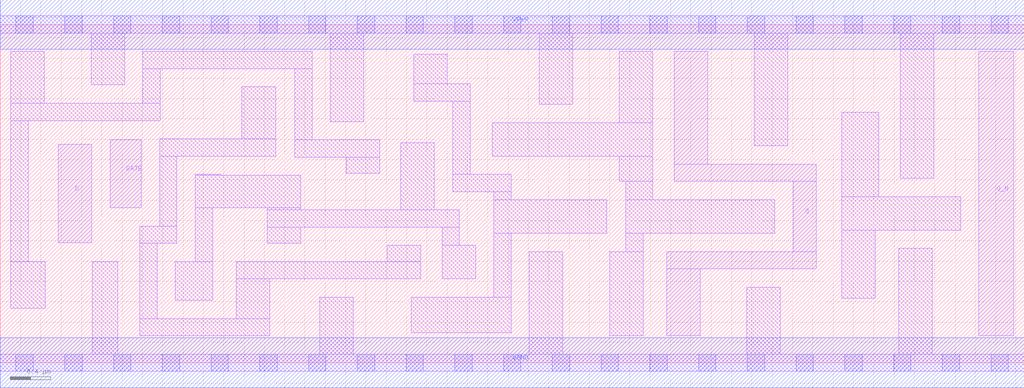
<source format=lef>
# Copyright 2020 The SkyWater PDK Authors
#
# Licensed under the Apache License, Version 2.0 (the "License");
# you may not use this file except in compliance with the License.
# You may obtain a copy of the License at
#
#     https://www.apache.org/licenses/LICENSE-2.0
#
# Unless required by applicable law or agreed to in writing, software
# distributed under the License is distributed on an "AS IS" BASIS,
# WITHOUT WARRANTIES OR CONDITIONS OF ANY KIND, either express or implied.
# See the License for the specific language governing permissions and
# limitations under the License.
#
# SPDX-License-Identifier: Apache-2.0

VERSION 5.7 ;
  NAMESCASESENSITIVE ON ;
  NOWIREEXTENSIONATPIN ON ;
  DIVIDERCHAR "/" ;
  BUSBITCHARS "[]" ;
UNITS
  DATABASE MICRONS 200 ;
END UNITS
MACRO sky130_fd_sc_lp__dlxbp_lp
  CLASS CORE ;
  SOURCE USER ;
  FOREIGN sky130_fd_sc_lp__dlxbp_lp ;
  ORIGIN  0.000000  0.000000 ;
  SIZE  10.08000 BY  3.330000 ;
  SYMMETRY X Y R90 ;
  SITE unit ;
  PIN D
    ANTENNAGATEAREA  0.318000 ;
    DIRECTION INPUT ;
    USE SIGNAL ;
    PORT
      LAYER li1 ;
        RECT 0.570000 1.180000 0.900000 2.150000 ;
    END
  END D
  PIN Q
    ANTENNADIFFAREA  0.585900 ;
    DIRECTION OUTPUT ;
    USE SIGNAL ;
    PORT
      LAYER li1 ;
        RECT 6.560000 0.265000 6.890000 0.925000 ;
        RECT 6.560000 0.925000 8.035000 1.095000 ;
        RECT 6.635000 1.785000 8.035000 1.955000 ;
        RECT 6.635000 1.955000 6.965000 3.065000 ;
        RECT 7.805000 1.095000 8.035000 1.785000 ;
    END
  END Q
  PIN Q_N
    ANTENNADIFFAREA  0.579600 ;
    DIRECTION OUTPUT ;
    USE SIGNAL ;
    PORT
      LAYER li1 ;
        RECT 9.635000 0.265000 9.980000 3.065000 ;
    END
  END Q_N
  PIN GATE
    ANTENNAGATEAREA  0.318000 ;
    DIRECTION INPUT ;
    USE CLOCK ;
    PORT
      LAYER li1 ;
        RECT 1.085000 1.525000 1.390000 2.195000 ;
    END
  END GATE
  PIN VGND
    DIRECTION INOUT ;
    USE GROUND ;
    PORT
      LAYER met1 ;
        RECT 0.000000 -0.245000 10.080000 0.245000 ;
    END
  END VGND
  PIN VPWR
    DIRECTION INOUT ;
    USE POWER ;
    PORT
      LAYER met1 ;
        RECT 0.000000 3.085000 10.080000 3.575000 ;
    END
  END VPWR
  OBS
    LAYER li1 ;
      RECT 0.000000 -0.085000 10.080000 0.085000 ;
      RECT 0.000000  3.245000 10.080000 3.415000 ;
      RECT 0.105000  0.535000  0.445000 0.995000 ;
      RECT 0.105000  0.995000  0.275000 2.385000 ;
      RECT 0.105000  2.385000  1.575000 2.555000 ;
      RECT 0.105000  2.555000  0.435000 3.065000 ;
      RECT 0.895000  2.735000  1.225000 3.245000 ;
      RECT 0.905000  0.085000  1.155000 0.995000 ;
      RECT 1.375000  0.265000  2.655000 0.435000 ;
      RECT 1.375000  0.435000  1.545000 1.175000 ;
      RECT 1.375000  1.175000  1.740000 1.345000 ;
      RECT 1.405000  2.555000  1.575000 2.895000 ;
      RECT 1.405000  2.895000  3.070000 3.065000 ;
      RECT 1.570000  1.345000  1.740000 2.035000 ;
      RECT 1.570000  2.035000  2.710000 2.205000 ;
      RECT 1.725000  0.615000  2.090000 0.995000 ;
      RECT 1.920000  0.995000  2.090000 1.525000 ;
      RECT 1.920000  1.525000  2.960000 1.845000 ;
      RECT 1.920000  1.845000  2.170000 1.855000 ;
      RECT 2.325000  0.435000  2.655000 0.825000 ;
      RECT 2.325000  0.825000  4.140000 0.995000 ;
      RECT 2.380000  2.205000  2.710000 2.715000 ;
      RECT 2.630000  1.175000  2.960000 1.335000 ;
      RECT 2.630000  1.335000  4.520000 1.505000 ;
      RECT 2.630000  1.505000  2.960000 1.525000 ;
      RECT 2.900000  2.025000  3.735000 2.195000 ;
      RECT 2.900000  2.195000  3.070000 2.895000 ;
      RECT 3.145000  0.085000  3.475000 0.645000 ;
      RECT 3.250000  2.375000  3.580000 3.245000 ;
      RECT 3.405000  1.865000  3.735000 2.025000 ;
      RECT 3.810000  0.995000  4.140000 1.155000 ;
      RECT 3.945000  1.505000  4.275000 2.165000 ;
      RECT 4.045000  0.295000  5.030000 0.645000 ;
      RECT 4.070000  2.575000  4.625000 2.745000 ;
      RECT 4.070000  2.745000  4.400000 3.035000 ;
      RECT 4.350000  0.825000  4.680000 1.155000 ;
      RECT 4.350000  1.155000  4.520000 1.335000 ;
      RECT 4.455000  1.685000  5.030000 1.855000 ;
      RECT 4.455000  1.855000  4.625000 2.575000 ;
      RECT 4.845000  2.035000  6.425000 2.365000 ;
      RECT 4.860000  0.645000  5.030000 1.275000 ;
      RECT 4.860000  1.275000  5.970000 1.605000 ;
      RECT 4.860000  1.605000  5.030000 1.685000 ;
      RECT 5.210000  0.085000  5.540000 1.095000 ;
      RECT 5.305000  2.545000  5.635000 3.245000 ;
      RECT 6.000000  0.265000  6.330000 1.095000 ;
      RECT 6.095000  1.785000  6.425000 2.035000 ;
      RECT 6.095000  2.365000  6.425000 3.065000 ;
      RECT 6.160000  1.095000  6.330000 1.275000 ;
      RECT 6.160000  1.275000  7.625000 1.605000 ;
      RECT 6.160000  1.605000  6.425000 1.785000 ;
      RECT 7.350000  0.085000  7.680000 0.745000 ;
      RECT 7.425000  2.135000  7.755000 3.245000 ;
      RECT 8.285000  0.635000  8.615000 1.305000 ;
      RECT 8.285000  1.305000  9.455000 1.635000 ;
      RECT 8.285000  1.635000  8.650000 2.465000 ;
      RECT 8.845000  0.085000  9.175000 1.125000 ;
      RECT 8.860000  1.815000  9.190000 3.245000 ;
    LAYER mcon ;
      RECT 0.155000 -0.085000 0.325000 0.085000 ;
      RECT 0.155000  3.245000 0.325000 3.415000 ;
      RECT 0.635000 -0.085000 0.805000 0.085000 ;
      RECT 0.635000  3.245000 0.805000 3.415000 ;
      RECT 1.115000 -0.085000 1.285000 0.085000 ;
      RECT 1.115000  3.245000 1.285000 3.415000 ;
      RECT 1.595000 -0.085000 1.765000 0.085000 ;
      RECT 1.595000  3.245000 1.765000 3.415000 ;
      RECT 2.075000 -0.085000 2.245000 0.085000 ;
      RECT 2.075000  3.245000 2.245000 3.415000 ;
      RECT 2.555000 -0.085000 2.725000 0.085000 ;
      RECT 2.555000  3.245000 2.725000 3.415000 ;
      RECT 3.035000 -0.085000 3.205000 0.085000 ;
      RECT 3.035000  3.245000 3.205000 3.415000 ;
      RECT 3.515000 -0.085000 3.685000 0.085000 ;
      RECT 3.515000  3.245000 3.685000 3.415000 ;
      RECT 3.995000 -0.085000 4.165000 0.085000 ;
      RECT 3.995000  3.245000 4.165000 3.415000 ;
      RECT 4.475000 -0.085000 4.645000 0.085000 ;
      RECT 4.475000  3.245000 4.645000 3.415000 ;
      RECT 4.955000 -0.085000 5.125000 0.085000 ;
      RECT 4.955000  3.245000 5.125000 3.415000 ;
      RECT 5.435000 -0.085000 5.605000 0.085000 ;
      RECT 5.435000  3.245000 5.605000 3.415000 ;
      RECT 5.915000 -0.085000 6.085000 0.085000 ;
      RECT 5.915000  3.245000 6.085000 3.415000 ;
      RECT 6.395000 -0.085000 6.565000 0.085000 ;
      RECT 6.395000  3.245000 6.565000 3.415000 ;
      RECT 6.875000 -0.085000 7.045000 0.085000 ;
      RECT 6.875000  3.245000 7.045000 3.415000 ;
      RECT 7.355000 -0.085000 7.525000 0.085000 ;
      RECT 7.355000  3.245000 7.525000 3.415000 ;
      RECT 7.835000 -0.085000 8.005000 0.085000 ;
      RECT 7.835000  3.245000 8.005000 3.415000 ;
      RECT 8.315000 -0.085000 8.485000 0.085000 ;
      RECT 8.315000  3.245000 8.485000 3.415000 ;
      RECT 8.795000 -0.085000 8.965000 0.085000 ;
      RECT 8.795000  3.245000 8.965000 3.415000 ;
      RECT 9.275000 -0.085000 9.445000 0.085000 ;
      RECT 9.275000  3.245000 9.445000 3.415000 ;
      RECT 9.755000 -0.085000 9.925000 0.085000 ;
      RECT 9.755000  3.245000 9.925000 3.415000 ;
  END
END sky130_fd_sc_lp__dlxbp_lp
END LIBRARY

</source>
